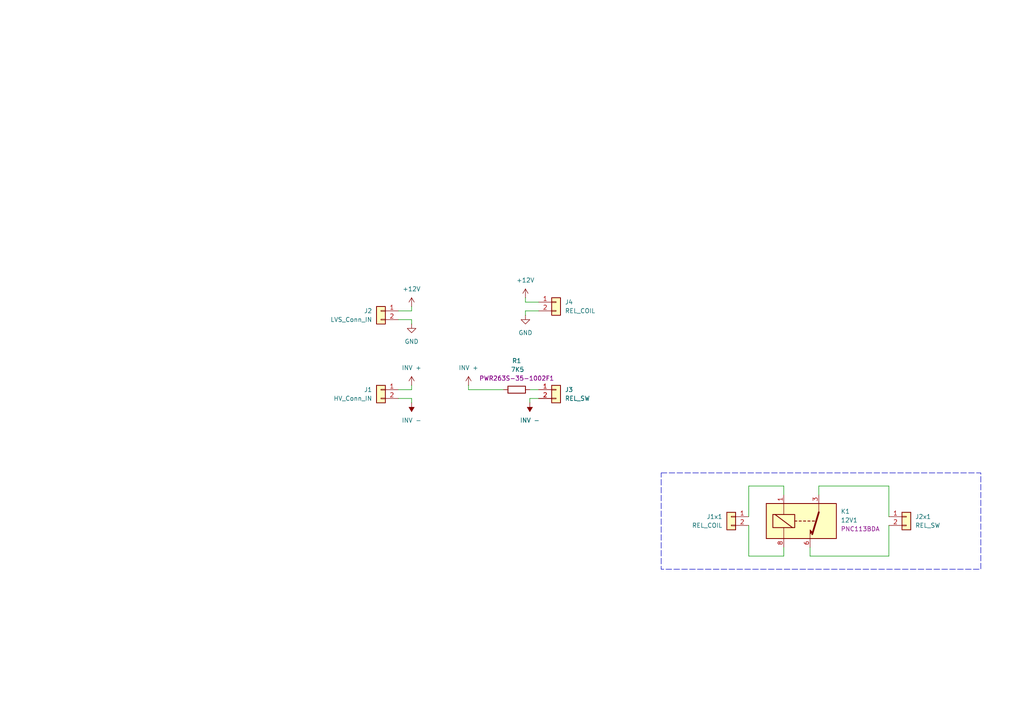
<source format=kicad_sch>
(kicad_sch
	(version 20250114)
	(generator "eeschema")
	(generator_version "9.0")
	(uuid "830bb90a-a635-4a64-aa28-e3e2514d4dfe")
	(paper "A4")
	(lib_symbols
		(symbol "Connector_Generic:Conn_01x02"
			(pin_names
				(offset 1.016)
				(hide yes)
			)
			(exclude_from_sim no)
			(in_bom yes)
			(on_board yes)
			(property "Reference" "J"
				(at 0 2.54 0)
				(effects
					(font
						(size 1.27 1.27)
					)
				)
			)
			(property "Value" "Conn_01x02"
				(at 0 -5.08 0)
				(effects
					(font
						(size 1.27 1.27)
					)
				)
			)
			(property "Footprint" ""
				(at 0 0 0)
				(effects
					(font
						(size 1.27 1.27)
					)
					(hide yes)
				)
			)
			(property "Datasheet" "~"
				(at 0 0 0)
				(effects
					(font
						(size 1.27 1.27)
					)
					(hide yes)
				)
			)
			(property "Description" "Generic connector, single row, 01x02, script generated (kicad-library-utils/schlib/autogen/connector/)"
				(at 0 0 0)
				(effects
					(font
						(size 1.27 1.27)
					)
					(hide yes)
				)
			)
			(property "ki_keywords" "connector"
				(at 0 0 0)
				(effects
					(font
						(size 1.27 1.27)
					)
					(hide yes)
				)
			)
			(property "ki_fp_filters" "Connector*:*_1x??_*"
				(at 0 0 0)
				(effects
					(font
						(size 1.27 1.27)
					)
					(hide yes)
				)
			)
			(symbol "Conn_01x02_1_1"
				(rectangle
					(start -1.27 1.27)
					(end 1.27 -3.81)
					(stroke
						(width 0.254)
						(type default)
					)
					(fill
						(type background)
					)
				)
				(rectangle
					(start -1.27 0.127)
					(end 0 -0.127)
					(stroke
						(width 0.1524)
						(type default)
					)
					(fill
						(type none)
					)
				)
				(rectangle
					(start -1.27 -2.413)
					(end 0 -2.667)
					(stroke
						(width 0.1524)
						(type default)
					)
					(fill
						(type none)
					)
				)
				(pin passive line
					(at -5.08 0 0)
					(length 3.81)
					(name "Pin_1"
						(effects
							(font
								(size 1.27 1.27)
							)
						)
					)
					(number "1"
						(effects
							(font
								(size 1.27 1.27)
							)
						)
					)
				)
				(pin passive line
					(at -5.08 -2.54 0)
					(length 3.81)
					(name "Pin_2"
						(effects
							(font
								(size 1.27 1.27)
							)
						)
					)
					(number "2"
						(effects
							(font
								(size 1.27 1.27)
							)
						)
					)
				)
			)
			(embedded_fonts no)
		)
		(symbol "Device:R"
			(pin_numbers
				(hide yes)
			)
			(pin_names
				(offset 0)
			)
			(exclude_from_sim no)
			(in_bom yes)
			(on_board yes)
			(property "Reference" "R"
				(at 2.032 0 90)
				(effects
					(font
						(size 1.27 1.27)
					)
				)
			)
			(property "Value" "R"
				(at 0 0 90)
				(effects
					(font
						(size 1.27 1.27)
					)
				)
			)
			(property "Footprint" ""
				(at -1.778 0 90)
				(effects
					(font
						(size 1.27 1.27)
					)
					(hide yes)
				)
			)
			(property "Datasheet" "~"
				(at 0 0 0)
				(effects
					(font
						(size 1.27 1.27)
					)
					(hide yes)
				)
			)
			(property "Description" "Resistor"
				(at 0 0 0)
				(effects
					(font
						(size 1.27 1.27)
					)
					(hide yes)
				)
			)
			(property "ki_keywords" "R res resistor"
				(at 0 0 0)
				(effects
					(font
						(size 1.27 1.27)
					)
					(hide yes)
				)
			)
			(property "ki_fp_filters" "R_*"
				(at 0 0 0)
				(effects
					(font
						(size 1.27 1.27)
					)
					(hide yes)
				)
			)
			(symbol "R_0_1"
				(rectangle
					(start -1.016 -2.54)
					(end 1.016 2.54)
					(stroke
						(width 0.254)
						(type default)
					)
					(fill
						(type none)
					)
				)
			)
			(symbol "R_1_1"
				(pin passive line
					(at 0 3.81 270)
					(length 1.27)
					(name "~"
						(effects
							(font
								(size 1.27 1.27)
							)
						)
					)
					(number "1"
						(effects
							(font
								(size 1.27 1.27)
							)
						)
					)
				)
				(pin passive line
					(at 0 -3.81 90)
					(length 1.27)
					(name "~"
						(effects
							(font
								(size 1.27 1.27)
							)
						)
					)
					(number "2"
						(effects
							(font
								(size 1.27 1.27)
							)
						)
					)
				)
			)
			(embedded_fonts no)
		)
		(symbol "Relay:G5Q-1"
			(exclude_from_sim no)
			(in_bom yes)
			(on_board yes)
			(property "Reference" "IMB06IGR1"
				(at 11.43 1.2701 0)
				(effects
					(font
						(size 1.27 1.27)
					)
					(justify left)
				)
			)
			(property "Value" "NC_Relay"
				(at 11.43 -1.2699 0)
				(effects
					(font
						(size 1.27 1.27)
					)
					(justify left)
				)
			)
			(property "Footprint" "customFootprints:IMB03IGR"
				(at 11.43 -1.27 0)
				(effects
					(font
						(size 1.27 1.27)
					)
					(justify left)
					(hide yes)
				)
			)
			(property "Datasheet" "https://www.omron.com/ecb/products/pdf/en-g5q.pdf"
				(at 0 0 0)
				(effects
					(font
						(size 1.27 1.27)
					)
					(justify left)
					(hide yes)
				)
			)
			(property "Description" "Omron G5G relay, Miniature Single Pole, SPDT, 10A"
				(at 0 0 0)
				(effects
					(font
						(size 1.27 1.27)
					)
					(hide yes)
				)
			)
			(property "ki_keywords" "Miniature Single Pole Relay"
				(at 0 0 0)
				(effects
					(font
						(size 1.27 1.27)
					)
					(hide yes)
				)
			)
			(property "ki_fp_filters" "Relay*SPDT*Omron*G5Q*"
				(at 0 0 0)
				(effects
					(font
						(size 1.27 1.27)
					)
					(hide yes)
				)
			)
			(symbol "G5Q-1_0_1"
				(rectangle
					(start -10.16 5.08)
					(end 10.16 -5.08)
					(stroke
						(width 0.254)
						(type default)
					)
					(fill
						(type background)
					)
				)
				(rectangle
					(start -8.255 1.905)
					(end -1.905 -1.905)
					(stroke
						(width 0.254)
						(type default)
					)
					(fill
						(type none)
					)
				)
				(polyline
					(pts
						(xy -7.62 -1.905) (xy -2.54 1.905)
					)
					(stroke
						(width 0.254)
						(type default)
					)
					(fill
						(type none)
					)
				)
				(polyline
					(pts
						(xy -5.08 5.08) (xy -5.08 1.905)
					)
					(stroke
						(width 0)
						(type default)
					)
					(fill
						(type none)
					)
				)
				(polyline
					(pts
						(xy -5.08 -5.08) (xy -5.08 -1.905)
					)
					(stroke
						(width 0)
						(type default)
					)
					(fill
						(type none)
					)
				)
				(polyline
					(pts
						(xy -1.905 0) (xy -1.27 0)
					)
					(stroke
						(width 0.254)
						(type default)
					)
					(fill
						(type none)
					)
				)
				(polyline
					(pts
						(xy -0.635 0) (xy 0 0)
					)
					(stroke
						(width 0.254)
						(type default)
					)
					(fill
						(type none)
					)
				)
				(polyline
					(pts
						(xy 0.635 0) (xy 1.27 0)
					)
					(stroke
						(width 0.254)
						(type default)
					)
					(fill
						(type none)
					)
				)
				(polyline
					(pts
						(xy 1.905 0) (xy 2.54 0)
					)
					(stroke
						(width 0.254)
						(type default)
					)
					(fill
						(type none)
					)
				)
				(polyline
					(pts
						(xy 2.54 5.08) (xy 2.54 2.54) (xy 3.175 3.175) (xy 2.54 3.81)
					)
					(stroke
						(width 0)
						(type default)
					)
					(fill
						(type outline)
					)
				)
				(polyline
					(pts
						(xy 3.175 0) (xy 3.81 0)
					)
					(stroke
						(width 0.254)
						(type default)
					)
					(fill
						(type none)
					)
				)
				(polyline
					(pts
						(xy 5.08 -2.54) (xy 3.175 3.81)
					)
					(stroke
						(width 0.508)
						(type default)
					)
					(fill
						(type none)
					)
				)
				(polyline
					(pts
						(xy 5.08 -2.54) (xy 5.08 -5.08)
					)
					(stroke
						(width 0)
						(type default)
					)
					(fill
						(type none)
					)
				)
			)
			(symbol "G5Q-1_1_1"
				(pin passive line
					(at -5.08 7.62 270)
					(length 2.54)
					(name "~"
						(effects
							(font
								(size 1.27 1.27)
							)
						)
					)
					(number "8"
						(effects
							(font
								(size 1.27 1.27)
							)
						)
					)
				)
				(pin passive line
					(at -5.08 -7.62 90)
					(length 2.54)
					(name "~"
						(effects
							(font
								(size 1.27 1.27)
							)
						)
					)
					(number "1"
						(effects
							(font
								(size 1.27 1.27)
							)
						)
					)
				)
				(pin passive line
					(at 2.54 7.62 270)
					(length 2.54)
					(name "~"
						(effects
							(font
								(size 1.27 1.27)
							)
						)
					)
					(number "6"
						(effects
							(font
								(size 1.27 1.27)
							)
						)
					)
				)
				(pin passive line
					(at 5.08 -7.62 90)
					(length 2.54)
					(name "~"
						(effects
							(font
								(size 1.27 1.27)
							)
						)
					)
					(number "3"
						(effects
							(font
								(size 1.27 1.27)
							)
						)
					)
				)
			)
			(embedded_fonts no)
		)
		(symbol "power:+12V"
			(power)
			(pin_numbers
				(hide yes)
			)
			(pin_names
				(offset 0)
				(hide yes)
			)
			(exclude_from_sim no)
			(in_bom yes)
			(on_board yes)
			(property "Reference" "#PWR"
				(at 0 -3.81 0)
				(effects
					(font
						(size 1.27 1.27)
					)
					(hide yes)
				)
			)
			(property "Value" "+12V"
				(at 0 3.556 0)
				(effects
					(font
						(size 1.27 1.27)
					)
				)
			)
			(property "Footprint" ""
				(at 0 0 0)
				(effects
					(font
						(size 1.27 1.27)
					)
					(hide yes)
				)
			)
			(property "Datasheet" ""
				(at 0 0 0)
				(effects
					(font
						(size 1.27 1.27)
					)
					(hide yes)
				)
			)
			(property "Description" "Power symbol creates a global label with name \"+12V\""
				(at 0 0 0)
				(effects
					(font
						(size 1.27 1.27)
					)
					(hide yes)
				)
			)
			(property "ki_keywords" "global power"
				(at 0 0 0)
				(effects
					(font
						(size 1.27 1.27)
					)
					(hide yes)
				)
			)
			(symbol "+12V_0_1"
				(polyline
					(pts
						(xy -0.762 1.27) (xy 0 2.54)
					)
					(stroke
						(width 0)
						(type default)
					)
					(fill
						(type none)
					)
				)
				(polyline
					(pts
						(xy 0 2.54) (xy 0.762 1.27)
					)
					(stroke
						(width 0)
						(type default)
					)
					(fill
						(type none)
					)
				)
				(polyline
					(pts
						(xy 0 0) (xy 0 2.54)
					)
					(stroke
						(width 0)
						(type default)
					)
					(fill
						(type none)
					)
				)
			)
			(symbol "+12V_1_1"
				(pin power_in line
					(at 0 0 90)
					(length 0)
					(name "~"
						(effects
							(font
								(size 1.27 1.27)
							)
						)
					)
					(number "1"
						(effects
							(font
								(size 1.27 1.27)
							)
						)
					)
				)
			)
			(embedded_fonts no)
		)
		(symbol "power:+BATT"
			(power)
			(pin_numbers
				(hide yes)
			)
			(pin_names
				(offset 0)
				(hide yes)
			)
			(exclude_from_sim no)
			(in_bom yes)
			(on_board yes)
			(property "Reference" "#PWR"
				(at 0 -3.81 0)
				(effects
					(font
						(size 1.27 1.27)
					)
					(hide yes)
				)
			)
			(property "Value" "+BATT"
				(at 0 3.556 0)
				(effects
					(font
						(size 1.27 1.27)
					)
				)
			)
			(property "Footprint" ""
				(at 0 0 0)
				(effects
					(font
						(size 1.27 1.27)
					)
					(hide yes)
				)
			)
			(property "Datasheet" ""
				(at 0 0 0)
				(effects
					(font
						(size 1.27 1.27)
					)
					(hide yes)
				)
			)
			(property "Description" "Power symbol creates a global label with name \"+BATT\""
				(at 0 0 0)
				(effects
					(font
						(size 1.27 1.27)
					)
					(hide yes)
				)
			)
			(property "ki_keywords" "global power battery"
				(at 0 0 0)
				(effects
					(font
						(size 1.27 1.27)
					)
					(hide yes)
				)
			)
			(symbol "+BATT_0_1"
				(polyline
					(pts
						(xy -0.762 1.27) (xy 0 2.54)
					)
					(stroke
						(width 0)
						(type default)
					)
					(fill
						(type none)
					)
				)
				(polyline
					(pts
						(xy 0 2.54) (xy 0.762 1.27)
					)
					(stroke
						(width 0)
						(type default)
					)
					(fill
						(type none)
					)
				)
				(polyline
					(pts
						(xy 0 0) (xy 0 2.54)
					)
					(stroke
						(width 0)
						(type default)
					)
					(fill
						(type none)
					)
				)
			)
			(symbol "+BATT_1_1"
				(pin power_in line
					(at 0 0 90)
					(length 0)
					(name "~"
						(effects
							(font
								(size 1.27 1.27)
							)
						)
					)
					(number "1"
						(effects
							(font
								(size 1.27 1.27)
							)
						)
					)
				)
			)
			(embedded_fonts no)
		)
		(symbol "power:-BATT"
			(power)
			(pin_numbers
				(hide yes)
			)
			(pin_names
				(offset 0)
				(hide yes)
			)
			(exclude_from_sim no)
			(in_bom yes)
			(on_board yes)
			(property "Reference" "#PWR"
				(at 0 -3.81 0)
				(effects
					(font
						(size 1.27 1.27)
					)
					(hide yes)
				)
			)
			(property "Value" "-BATT"
				(at 0 3.556 0)
				(effects
					(font
						(size 1.27 1.27)
					)
				)
			)
			(property "Footprint" ""
				(at 0 0 0)
				(effects
					(font
						(size 1.27 1.27)
					)
					(hide yes)
				)
			)
			(property "Datasheet" ""
				(at 0 0 0)
				(effects
					(font
						(size 1.27 1.27)
					)
					(hide yes)
				)
			)
			(property "Description" "Power symbol creates a global label with name \"-BATT\""
				(at 0 0 0)
				(effects
					(font
						(size 1.27 1.27)
					)
					(hide yes)
				)
			)
			(property "ki_keywords" "global power battery"
				(at 0 0 0)
				(effects
					(font
						(size 1.27 1.27)
					)
					(hide yes)
				)
			)
			(symbol "-BATT_0_1"
				(polyline
					(pts
						(xy 0 0) (xy 0 2.54)
					)
					(stroke
						(width 0)
						(type default)
					)
					(fill
						(type none)
					)
				)
				(polyline
					(pts
						(xy 0.762 1.27) (xy -0.762 1.27) (xy 0 2.54) (xy 0.762 1.27)
					)
					(stroke
						(width 0)
						(type default)
					)
					(fill
						(type outline)
					)
				)
			)
			(symbol "-BATT_1_1"
				(pin power_in line
					(at 0 0 90)
					(length 0)
					(name "~"
						(effects
							(font
								(size 1.27 1.27)
							)
						)
					)
					(number "1"
						(effects
							(font
								(size 1.27 1.27)
							)
						)
					)
				)
			)
			(embedded_fonts no)
		)
		(symbol "power:GND"
			(power)
			(pin_numbers
				(hide yes)
			)
			(pin_names
				(offset 0)
				(hide yes)
			)
			(exclude_from_sim no)
			(in_bom yes)
			(on_board yes)
			(property "Reference" "#PWR"
				(at 0 -6.35 0)
				(effects
					(font
						(size 1.27 1.27)
					)
					(hide yes)
				)
			)
			(property "Value" "GND"
				(at 0 -3.81 0)
				(effects
					(font
						(size 1.27 1.27)
					)
				)
			)
			(property "Footprint" ""
				(at 0 0 0)
				(effects
					(font
						(size 1.27 1.27)
					)
					(hide yes)
				)
			)
			(property "Datasheet" ""
				(at 0 0 0)
				(effects
					(font
						(size 1.27 1.27)
					)
					(hide yes)
				)
			)
			(property "Description" "Power symbol creates a global label with name \"GND\" , ground"
				(at 0 0 0)
				(effects
					(font
						(size 1.27 1.27)
					)
					(hide yes)
				)
			)
			(property "ki_keywords" "global power"
				(at 0 0 0)
				(effects
					(font
						(size 1.27 1.27)
					)
					(hide yes)
				)
			)
			(symbol "GND_0_1"
				(polyline
					(pts
						(xy 0 0) (xy 0 -1.27) (xy 1.27 -1.27) (xy 0 -2.54) (xy -1.27 -1.27) (xy 0 -1.27)
					)
					(stroke
						(width 0)
						(type default)
					)
					(fill
						(type none)
					)
				)
			)
			(symbol "GND_1_1"
				(pin power_in line
					(at 0 0 270)
					(length 0)
					(name "~"
						(effects
							(font
								(size 1.27 1.27)
							)
						)
					)
					(number "1"
						(effects
							(font
								(size 1.27 1.27)
							)
						)
					)
				)
			)
			(embedded_fonts no)
		)
	)
	(rectangle
		(start 191.77 137.16)
		(end 284.48 165.1)
		(stroke
			(width 0)
			(type dash)
		)
		(fill
			(type none)
		)
		(uuid 0dd5d13f-0189-4252-a5f3-1483e4946ffb)
	)
	(wire
		(pts
			(xy 115.57 90.17) (xy 119.38 90.17)
		)
		(stroke
			(width 0)
			(type default)
		)
		(uuid "118f0c1a-77c0-4737-81ba-327454cc6a8d")
	)
	(wire
		(pts
			(xy 156.21 115.57) (xy 153.67 115.57)
		)
		(stroke
			(width 0)
			(type default)
		)
		(uuid "29159e3e-ad26-4625-90e8-120f3f35b7cf")
	)
	(wire
		(pts
			(xy 234.95 161.29) (xy 257.81 161.29)
		)
		(stroke
			(width 0)
			(type default)
		)
		(uuid "2cbcb8cb-09d1-4560-be83-25a8ef1f47d5")
	)
	(wire
		(pts
			(xy 152.4 90.17) (xy 152.4 91.44)
		)
		(stroke
			(width 0)
			(type default)
		)
		(uuid "34851470-21ab-41e7-a3a5-8be025317ac7")
	)
	(wire
		(pts
			(xy 135.89 111.76) (xy 135.89 113.03)
		)
		(stroke
			(width 0)
			(type default)
		)
		(uuid "3ce640a7-326a-4585-b5ba-135001bffaed")
	)
	(wire
		(pts
			(xy 257.81 161.29) (xy 257.81 152.4)
		)
		(stroke
			(width 0)
			(type default)
		)
		(uuid "4200b472-b221-4a4c-8de7-58c8f16d9f39")
	)
	(wire
		(pts
			(xy 156.21 87.63) (xy 152.4 87.63)
		)
		(stroke
			(width 0)
			(type default)
		)
		(uuid "49753291-1112-4358-8dff-905896ce5c65")
	)
	(wire
		(pts
			(xy 237.49 143.51) (xy 237.49 140.97)
		)
		(stroke
			(width 0)
			(type default)
		)
		(uuid "4f4c78d3-d138-434c-8d34-6af26384685f")
	)
	(wire
		(pts
			(xy 119.38 92.71) (xy 119.38 93.98)
		)
		(stroke
			(width 0)
			(type default)
		)
		(uuid "58f53b18-04ef-442c-9fd3-2b8b99294fed")
	)
	(wire
		(pts
			(xy 237.49 140.97) (xy 257.81 140.97)
		)
		(stroke
			(width 0)
			(type default)
		)
		(uuid "5e21ea8a-1f3e-49bc-bf3a-1a129220129f")
	)
	(wire
		(pts
			(xy 227.33 140.97) (xy 217.17 140.97)
		)
		(stroke
			(width 0)
			(type default)
		)
		(uuid "6614f876-a8f8-4088-8477-83bf3701aa0c")
	)
	(wire
		(pts
			(xy 234.95 158.75) (xy 234.95 161.29)
		)
		(stroke
			(width 0)
			(type default)
		)
		(uuid "699d5c48-8f09-469e-b322-9807f3d3207e")
	)
	(wire
		(pts
			(xy 135.89 113.03) (xy 146.05 113.03)
		)
		(stroke
			(width 0)
			(type default)
		)
		(uuid "740b1984-163e-45a2-945d-bec579701f54")
	)
	(wire
		(pts
			(xy 227.33 143.51) (xy 227.33 140.97)
		)
		(stroke
			(width 0)
			(type default)
		)
		(uuid "78ccc7d7-5bdb-4768-b839-e2f17f641d05")
	)
	(wire
		(pts
			(xy 115.57 92.71) (xy 119.38 92.71)
		)
		(stroke
			(width 0)
			(type default)
		)
		(uuid "7b23d49b-d864-4eef-b2d8-6bb5d5d4f548")
	)
	(wire
		(pts
			(xy 152.4 87.63) (xy 152.4 86.36)
		)
		(stroke
			(width 0)
			(type default)
		)
		(uuid "804bec06-c80e-4e68-8d53-95d5c1316467")
	)
	(wire
		(pts
			(xy 227.33 158.75) (xy 227.33 161.29)
		)
		(stroke
			(width 0)
			(type default)
		)
		(uuid "b113b990-860e-40e7-b7f8-4c2543f78d57")
	)
	(wire
		(pts
			(xy 153.67 113.03) (xy 156.21 113.03)
		)
		(stroke
			(width 0)
			(type default)
		)
		(uuid "b49d096a-cc4e-4fe3-a481-d5060d9cae68")
	)
	(wire
		(pts
			(xy 119.38 90.17) (xy 119.38 88.9)
		)
		(stroke
			(width 0)
			(type default)
		)
		(uuid "bbb3779b-af87-442b-af00-ae64cb67d9b0")
	)
	(wire
		(pts
			(xy 119.38 115.57) (xy 119.38 116.84)
		)
		(stroke
			(width 0)
			(type default)
		)
		(uuid "e13e2050-4b74-4da5-8b53-28c7cc22eda3")
	)
	(wire
		(pts
			(xy 257.81 140.97) (xy 257.81 149.86)
		)
		(stroke
			(width 0)
			(type default)
		)
		(uuid "e654c87d-3a0b-445b-9829-3c43be020755")
	)
	(wire
		(pts
			(xy 227.33 161.29) (xy 217.17 161.29)
		)
		(stroke
			(width 0)
			(type default)
		)
		(uuid "e7b0437a-aff6-4b8f-9310-f2016780fd5f")
	)
	(wire
		(pts
			(xy 153.67 115.57) (xy 153.67 116.84)
		)
		(stroke
			(width 0)
			(type default)
		)
		(uuid "ecab9b97-0e68-4bab-bf36-71fd00ecdb54")
	)
	(wire
		(pts
			(xy 115.57 113.03) (xy 119.38 113.03)
		)
		(stroke
			(width 0)
			(type default)
		)
		(uuid "ee4959ab-a16f-49de-b32d-d9c20b24c657")
	)
	(wire
		(pts
			(xy 115.57 115.57) (xy 119.38 115.57)
		)
		(stroke
			(width 0)
			(type default)
		)
		(uuid "ef29bc49-1031-485a-92af-9d63905aad72")
	)
	(wire
		(pts
			(xy 156.21 90.17) (xy 152.4 90.17)
		)
		(stroke
			(width 0)
			(type default)
		)
		(uuid "f0064b44-cdbe-46ec-b49b-8719a181fcd4")
	)
	(wire
		(pts
			(xy 119.38 113.03) (xy 119.38 111.76)
		)
		(stroke
			(width 0)
			(type default)
		)
		(uuid "f71b6e1c-8125-44ab-ad1e-45d03ac8b346")
	)
	(wire
		(pts
			(xy 217.17 161.29) (xy 217.17 152.4)
		)
		(stroke
			(width 0)
			(type default)
		)
		(uuid "f9c5e072-2349-43e1-925c-b99d2e0b074b")
	)
	(wire
		(pts
			(xy 217.17 140.97) (xy 217.17 149.86)
		)
		(stroke
			(width 0)
			(type default)
		)
		(uuid "fdd3a05a-cf2d-4de1-bce3-5ab8857ba760")
	)
	(symbol
		(lib_id "power:GND")
		(at 119.38 93.98 0)
		(unit 1)
		(exclude_from_sim no)
		(in_bom yes)
		(on_board yes)
		(dnp no)
		(fields_autoplaced yes)
		(uuid "007808da-9953-43b0-a82b-564189413455")
		(property "Reference" "#PWR04"
			(at 119.38 100.33 0)
			(effects
				(font
					(size 1.27 1.27)
				)
				(hide yes)
			)
		)
		(property "Value" "GND"
			(at 119.38 99.06 0)
			(effects
				(font
					(size 1.27 1.27)
				)
			)
		)
		(property "Footprint" ""
			(at 119.38 93.98 0)
			(effects
				(font
					(size 1.27 1.27)
				)
				(hide yes)
			)
		)
		(property "Datasheet" ""
			(at 119.38 93.98 0)
			(effects
				(font
					(size 1.27 1.27)
				)
				(hide yes)
			)
		)
		(property "Description" "Power symbol creates a global label with name \"GND\" , ground"
			(at 119.38 93.98 0)
			(effects
				(font
					(size 1.27 1.27)
				)
				(hide yes)
			)
		)
		(pin "1"
			(uuid "07928ce1-13da-4b9f-9c9e-9cb7095d28aa")
		)
		(instances
			(project "FS-Discharge"
				(path "/830bb90a-a635-4a64-aa28-e3e2514d4dfe"
					(reference "#PWR04")
					(unit 1)
				)
			)
		)
	)
	(symbol
		(lib_id "Device:R")
		(at 149.86 113.03 270)
		(unit 1)
		(exclude_from_sim no)
		(in_bom yes)
		(on_board yes)
		(dnp no)
		(uuid "2abce49a-f120-4963-9efe-68686b8c3690")
		(property "Reference" "R1"
			(at 149.86 104.648 90)
			(effects
				(font
					(size 1.27 1.27)
				)
			)
		)
		(property "Value" "7K5"
			(at 150.114 107.188 90)
			(effects
				(font
					(size 1.27 1.27)
				)
			)
		)
		(property "Footprint" "customFootprints:PWR263S-35-1002F_BRN"
			(at 149.86 111.252 90)
			(effects
				(font
					(size 1.27 1.27)
				)
				(hide yes)
			)
		)
		(property "Datasheet" "PWR263S-35-1002F1"
			(at 149.86 109.728 90)
			(effects
				(font
					(size 1.27 1.27)
				)
			)
		)
		(property "Description" "Resistor"
			(at 149.86 113.03 0)
			(effects
				(font
					(size 1.27 1.27)
				)
				(hide yes)
			)
		)
		(pin "1"
			(uuid "7907e659-23e5-4dc7-a999-8f8b2b36de4f")
		)
		(pin "2"
			(uuid "4575a8b6-ef73-471a-83bd-ec68530074fb")
		)
		(instances
			(project "FS-Discharge"
				(path "/830bb90a-a635-4a64-aa28-e3e2514d4dfe"
					(reference "R1")
					(unit 1)
				)
			)
		)
	)
	(symbol
		(lib_id "power:+BATT")
		(at 135.89 111.76 0)
		(unit 1)
		(exclude_from_sim no)
		(in_bom yes)
		(on_board yes)
		(dnp no)
		(fields_autoplaced yes)
		(uuid "577881e3-c2c6-4b47-9be4-14dcf203c2f5")
		(property "Reference" "#PWR05"
			(at 135.89 115.57 0)
			(effects
				(font
					(size 1.27 1.27)
				)
				(hide yes)
			)
		)
		(property "Value" "INV +"
			(at 135.89 106.68 0)
			(effects
				(font
					(size 1.27 1.27)
				)
			)
		)
		(property "Footprint" ""
			(at 135.89 111.76 0)
			(effects
				(font
					(size 1.27 1.27)
				)
				(hide yes)
			)
		)
		(property "Datasheet" ""
			(at 135.89 111.76 0)
			(effects
				(font
					(size 1.27 1.27)
				)
				(hide yes)
			)
		)
		(property "Description" "Power symbol creates a global label with name \"+BATT\""
			(at 135.89 111.76 0)
			(effects
				(font
					(size 1.27 1.27)
				)
				(hide yes)
			)
		)
		(pin "1"
			(uuid "0cd03c14-221c-4f01-9d18-2f624cc97df7")
		)
		(instances
			(project "discharge"
				(path "/830bb90a-a635-4a64-aa28-e3e2514d4dfe"
					(reference "#PWR05")
					(unit 1)
				)
			)
		)
	)
	(symbol
		(lib_id "Connector_Generic:Conn_01x02")
		(at 161.29 87.63 0)
		(unit 1)
		(exclude_from_sim no)
		(in_bom yes)
		(on_board yes)
		(dnp no)
		(uuid "74429482-16d9-4db5-8854-73fd4c4e6f99")
		(property "Reference" "J4"
			(at 163.83 87.6299 0)
			(effects
				(font
					(size 1.27 1.27)
				)
				(justify left)
			)
		)
		(property "Value" "REL_COIL"
			(at 163.83 90.1699 0)
			(effects
				(font
					(size 1.27 1.27)
				)
				(justify left)
			)
		)
		(property "Footprint" "molexMiniFitJr:MFJ_2X1"
			(at 161.29 87.63 0)
			(effects
				(font
					(size 1.27 1.27)
				)
				(hide yes)
			)
		)
		(property "Datasheet" "~"
			(at 161.29 87.63 0)
			(effects
				(font
					(size 1.27 1.27)
				)
				(hide yes)
			)
		)
		(property "Description" "Generic connector, single row, 01x02, script generated (kicad-library-utils/schlib/autogen/connector/)"
			(at 161.29 87.63 0)
			(effects
				(font
					(size 1.27 1.27)
				)
				(hide yes)
			)
		)
		(pin "2"
			(uuid "2c0b3dae-6bdd-4ebb-8b65-a2b3dca5c07d")
		)
		(pin "1"
			(uuid "def9c6aa-077e-436a-a479-6faf11e210d4")
		)
		(instances
			(project "discharge"
				(path "/830bb90a-a635-4a64-aa28-e3e2514d4dfe"
					(reference "J4")
					(unit 1)
				)
			)
		)
	)
	(symbol
		(lib_id "Connector_Generic:Conn_01x02")
		(at 110.49 113.03 0)
		(mirror y)
		(unit 1)
		(exclude_from_sim no)
		(in_bom yes)
		(on_board yes)
		(dnp no)
		(uuid "8254e5e8-c908-444b-bda9-46e57c0e9274")
		(property "Reference" "J1"
			(at 107.95 113.0299 0)
			(effects
				(font
					(size 1.27 1.27)
				)
				(justify left)
			)
		)
		(property "Value" "HV_Conn_IN"
			(at 107.95 115.5699 0)
			(effects
				(font
					(size 1.27 1.27)
				)
				(justify left)
			)
		)
		(property "Footprint" "customFootprints:APP_ASMPR45-1X2-RK"
			(at 110.49 113.03 0)
			(effects
				(font
					(size 1.27 1.27)
				)
				(hide yes)
			)
		)
		(property "Datasheet" "~"
			(at 110.49 113.03 0)
			(effects
				(font
					(size 1.27 1.27)
				)
				(hide yes)
			)
		)
		(property "Description" "Generic connector, single row, 01x02, script generated (kicad-library-utils/schlib/autogen/connector/)"
			(at 110.49 113.03 0)
			(effects
				(font
					(size 1.27 1.27)
				)
				(hide yes)
			)
		)
		(pin "2"
			(uuid "1ef16585-3d63-465c-a6a6-128238dad199")
		)
		(pin "1"
			(uuid "7630f2fa-cc26-413c-b048-ee4af0c717e2")
		)
		(instances
			(project ""
				(path "/830bb90a-a635-4a64-aa28-e3e2514d4dfe"
					(reference "J1")
					(unit 1)
				)
			)
		)
	)
	(symbol
		(lib_id "Connector_Generic:Conn_01x02")
		(at 110.49 90.17 0)
		(mirror y)
		(unit 1)
		(exclude_from_sim no)
		(in_bom yes)
		(on_board yes)
		(dnp no)
		(uuid "84274236-c8b2-432a-ad1d-d5ab4b4aaecd")
		(property "Reference" "J2"
			(at 107.95 90.1699 0)
			(effects
				(font
					(size 1.27 1.27)
				)
				(justify left)
			)
		)
		(property "Value" "LVS_Conn_IN"
			(at 107.95 92.7099 0)
			(effects
				(font
					(size 1.27 1.27)
				)
				(justify left)
			)
		)
		(property "Footprint" "molexMiniFitJr:MFJ_2X1"
			(at 110.49 90.17 0)
			(effects
				(font
					(size 1.27 1.27)
				)
				(hide yes)
			)
		)
		(property "Datasheet" "~"
			(at 110.49 90.17 0)
			(effects
				(font
					(size 1.27 1.27)
				)
				(hide yes)
			)
		)
		(property "Description" "Generic connector, single row, 01x02, script generated (kicad-library-utils/schlib/autogen/connector/)"
			(at 110.49 90.17 0)
			(effects
				(font
					(size 1.27 1.27)
				)
				(hide yes)
			)
		)
		(pin "2"
			(uuid "c97a0caa-cc55-4fb4-91e0-6727177804d6")
		)
		(pin "1"
			(uuid "47df1641-2416-4b9a-8582-b33d56b53358")
		)
		(instances
			(project "FS-Discharge"
				(path "/830bb90a-a635-4a64-aa28-e3e2514d4dfe"
					(reference "J2")
					(unit 1)
				)
			)
		)
	)
	(symbol
		(lib_id "power:-BATT")
		(at 119.38 116.84 0)
		(mirror x)
		(unit 1)
		(exclude_from_sim no)
		(in_bom yes)
		(on_board yes)
		(dnp no)
		(fields_autoplaced yes)
		(uuid "89c791db-eed5-41aa-a786-2bdc15bd7543")
		(property "Reference" "#PWR03"
			(at 119.38 113.03 0)
			(effects
				(font
					(size 1.27 1.27)
				)
				(hide yes)
			)
		)
		(property "Value" "INV -"
			(at 119.38 121.92 0)
			(effects
				(font
					(size 1.27 1.27)
				)
			)
		)
		(property "Footprint" ""
			(at 119.38 116.84 0)
			(effects
				(font
					(size 1.27 1.27)
				)
				(hide yes)
			)
		)
		(property "Datasheet" ""
			(at 119.38 116.84 0)
			(effects
				(font
					(size 1.27 1.27)
				)
				(hide yes)
			)
		)
		(property "Description" "Power symbol creates a global label with name \"-BATT\""
			(at 119.38 116.84 0)
			(effects
				(font
					(size 1.27 1.27)
				)
				(hide yes)
			)
		)
		(pin "1"
			(uuid "e2258bb2-8fbd-45cc-b5a9-b5c9fc549fff")
		)
		(instances
			(project "FS-Discharge"
				(path "/830bb90a-a635-4a64-aa28-e3e2514d4dfe"
					(reference "#PWR03")
					(unit 1)
				)
			)
		)
	)
	(symbol
		(lib_id "power:+12V")
		(at 152.4 86.36 0)
		(mirror y)
		(unit 1)
		(exclude_from_sim no)
		(in_bom yes)
		(on_board yes)
		(dnp no)
		(fields_autoplaced yes)
		(uuid "977853e2-c227-4681-9548-af56ae81a4a3")
		(property "Reference" "#PWR07"
			(at 152.4 90.17 0)
			(effects
				(font
					(size 1.27 1.27)
				)
				(hide yes)
			)
		)
		(property "Value" "+12V"
			(at 152.4 81.28 0)
			(effects
				(font
					(size 1.27 1.27)
				)
			)
		)
		(property "Footprint" ""
			(at 152.4 86.36 0)
			(effects
				(font
					(size 1.27 1.27)
				)
				(hide yes)
			)
		)
		(property "Datasheet" ""
			(at 152.4 86.36 0)
			(effects
				(font
					(size 1.27 1.27)
				)
				(hide yes)
			)
		)
		(property "Description" "Power symbol creates a global label with name \"+12V\""
			(at 152.4 86.36 0)
			(effects
				(font
					(size 1.27 1.27)
				)
				(hide yes)
			)
		)
		(pin "1"
			(uuid "d7420d04-7b77-442d-b35c-51b327183516")
		)
		(instances
			(project "discharge"
				(path "/830bb90a-a635-4a64-aa28-e3e2514d4dfe"
					(reference "#PWR07")
					(unit 1)
				)
			)
		)
	)
	(symbol
		(lib_id "Connector_Generic:Conn_01x02")
		(at 212.09 149.86 0)
		(mirror y)
		(unit 1)
		(exclude_from_sim yes)
		(in_bom no)
		(on_board no)
		(dnp no)
		(uuid "9e12b0ed-4876-4874-91c5-a222f6cee976")
		(property "Reference" "J1x1"
			(at 209.55 149.8599 0)
			(effects
				(font
					(size 1.27 1.27)
				)
				(justify left)
			)
		)
		(property "Value" "REL_COIL"
			(at 209.55 152.3999 0)
			(effects
				(font
					(size 1.27 1.27)
				)
				(justify left)
			)
		)
		(property "Footprint" "molexMiniFitJr:MFJ_2X1"
			(at 212.09 149.86 0)
			(effects
				(font
					(size 1.27 1.27)
				)
				(hide yes)
			)
		)
		(property "Datasheet" "~"
			(at 212.09 149.86 0)
			(effects
				(font
					(size 1.27 1.27)
				)
				(hide yes)
			)
		)
		(property "Description" "Generic connector, single row, 01x02, script generated (kicad-library-utils/schlib/autogen/connector/)"
			(at 212.09 149.86 0)
			(effects
				(font
					(size 1.27 1.27)
				)
				(hide yes)
			)
		)
		(pin "2"
			(uuid "8c047a80-8eb9-4975-8058-322b4e3c7185")
		)
		(pin "1"
			(uuid "873bbf4b-2db5-4467-b3d1-80115092f2d9")
		)
		(instances
			(project "discharge"
				(path "/830bb90a-a635-4a64-aa28-e3e2514d4dfe"
					(reference "J1x1")
					(unit 1)
				)
			)
		)
	)
	(symbol
		(lib_id "power:-BATT")
		(at 153.67 116.84 0)
		(mirror x)
		(unit 1)
		(exclude_from_sim no)
		(in_bom yes)
		(on_board yes)
		(dnp no)
		(fields_autoplaced yes)
		(uuid "a1a0425e-055d-46ed-9aad-a4a6ff6c3a38")
		(property "Reference" "#PWR06"
			(at 153.67 113.03 0)
			(effects
				(font
					(size 1.27 1.27)
				)
				(hide yes)
			)
		)
		(property "Value" "INV -"
			(at 153.67 121.92 0)
			(effects
				(font
					(size 1.27 1.27)
				)
			)
		)
		(property "Footprint" ""
			(at 153.67 116.84 0)
			(effects
				(font
					(size 1.27 1.27)
				)
				(hide yes)
			)
		)
		(property "Datasheet" ""
			(at 153.67 116.84 0)
			(effects
				(font
					(size 1.27 1.27)
				)
				(hide yes)
			)
		)
		(property "Description" "Power symbol creates a global label with name \"-BATT\""
			(at 153.67 116.84 0)
			(effects
				(font
					(size 1.27 1.27)
				)
				(hide yes)
			)
		)
		(pin "1"
			(uuid "e176c1e9-1ff2-46fb-ba3a-356d8ce978dd")
		)
		(instances
			(project "discharge"
				(path "/830bb90a-a635-4a64-aa28-e3e2514d4dfe"
					(reference "#PWR06")
					(unit 1)
				)
			)
		)
	)
	(symbol
		(lib_id "Relay:G5Q-1")
		(at 232.41 151.13 0)
		(mirror x)
		(unit 1)
		(exclude_from_sim yes)
		(in_bom no)
		(on_board no)
		(dnp no)
		(uuid "a47f619f-af10-4412-ad1d-17fe5e687c10")
		(property "Reference" "12V1"
			(at 243.84 150.876 0)
			(effects
				(font
					(size 1.27 1.27)
				)
				(justify left)
			)
		)
		(property "Value" "K1"
			(at 243.84 148.336 0)
			(effects
				(font
					(size 1.27 1.27)
				)
				(justify left)
			)
		)
		(property "Footprint" "customFootprints:G9KB1ADC12"
			(at 243.84 149.86 0)
			(effects
				(font
					(size 1.27 1.27)
				)
				(justify left)
				(hide yes)
			)
		)
		(property "Datasheet" "https://www.omron.com/ecb/products/pdf/en-g5q.pdf"
			(at 232.41 151.13 0)
			(effects
				(font
					(size 1.27 1.27)
				)
				(justify left)
				(hide yes)
			)
		)
		(property "Description" "Omron G5G relay, Miniature Single Pole, SPDT, 10A"
			(at 232.41 151.13 0)
			(effects
				(font
					(size 1.27 1.27)
				)
				(hide yes)
			)
		)
		(property "Model" "PNC113BDA"
			(at 243.84 153.4159 0)
			(effects
				(font
					(size 1.27 1.27)
				)
				(justify left)
			)
		)
		(pin "8"
			(uuid "ab2dcada-5f86-48c2-87d4-aee9777d8d0b")
		)
		(pin "6"
			(uuid "da8401db-5bea-4c97-93d4-b4fcec0da796")
		)
		(pin "3"
			(uuid "70dd4494-e259-4bbb-b54e-ccd29965b928")
		)
		(pin "1"
			(uuid "81cbe8bc-3c05-43ab-a36a-312682433698")
		)
		(instances
			(project "discharge"
				(path "/830bb90a-a635-4a64-aa28-e3e2514d4dfe"
					(reference "12V1")
					(unit 1)
				)
			)
		)
	)
	(symbol
		(lib_id "power:+BATT")
		(at 119.38 111.76 0)
		(unit 1)
		(exclude_from_sim no)
		(in_bom yes)
		(on_board yes)
		(dnp no)
		(fields_autoplaced yes)
		(uuid "e24ba0a6-911f-49fd-9219-799a53649512")
		(property "Reference" "#PWR01"
			(at 119.38 115.57 0)
			(effects
				(font
					(size 1.27 1.27)
				)
				(hide yes)
			)
		)
		(property "Value" "INV +"
			(at 119.38 106.68 0)
			(effects
				(font
					(size 1.27 1.27)
				)
			)
		)
		(property "Footprint" ""
			(at 119.38 111.76 0)
			(effects
				(font
					(size 1.27 1.27)
				)
				(hide yes)
			)
		)
		(property "Datasheet" ""
			(at 119.38 111.76 0)
			(effects
				(font
					(size 1.27 1.27)
				)
				(hide yes)
			)
		)
		(property "Description" "Power symbol creates a global label with name \"+BATT\""
			(at 119.38 111.76 0)
			(effects
				(font
					(size 1.27 1.27)
				)
				(hide yes)
			)
		)
		(pin "1"
			(uuid "a2caf2ef-992e-4875-bfaf-6a9132b346cc")
		)
		(instances
			(project "FS-Discharge"
				(path "/830bb90a-a635-4a64-aa28-e3e2514d4dfe"
					(reference "#PWR01")
					(unit 1)
				)
			)
		)
	)
	(symbol
		(lib_id "Connector_Generic:Conn_01x02")
		(at 262.89 149.86 0)
		(unit 1)
		(exclude_from_sim yes)
		(in_bom no)
		(on_board no)
		(dnp no)
		(uuid "e46a463f-6761-44d4-b532-70ec5171f803")
		(property "Reference" "J2x1"
			(at 265.43 149.8599 0)
			(effects
				(font
					(size 1.27 1.27)
				)
				(justify left)
			)
		)
		(property "Value" "REL_SW"
			(at 265.43 152.3999 0)
			(effects
				(font
					(size 1.27 1.27)
				)
				(justify left)
			)
		)
		(property "Footprint" "customFootprints:APP_ASMPR45-1X2-RK"
			(at 262.89 149.86 0)
			(effects
				(font
					(size 1.27 1.27)
				)
				(hide yes)
			)
		)
		(property "Datasheet" "~"
			(at 262.89 149.86 0)
			(effects
				(font
					(size 1.27 1.27)
				)
				(hide yes)
			)
		)
		(property "Description" "Generic connector, single row, 01x02, script generated (kicad-library-utils/schlib/autogen/connector/)"
			(at 262.89 149.86 0)
			(effects
				(font
					(size 1.27 1.27)
				)
				(hide yes)
			)
		)
		(pin "2"
			(uuid "14a6979b-fbcb-4ddc-9c0b-fd6b44e25023")
		)
		(pin "1"
			(uuid "b9a48754-2394-489d-8eb3-241e8313bb21")
		)
		(instances
			(project "discharge"
				(path "/830bb90a-a635-4a64-aa28-e3e2514d4dfe"
					(reference "J2x1")
					(unit 1)
				)
			)
		)
	)
	(symbol
		(lib_id "power:GND")
		(at 152.4 91.44 0)
		(mirror y)
		(unit 1)
		(exclude_from_sim no)
		(in_bom yes)
		(on_board yes)
		(dnp no)
		(fields_autoplaced yes)
		(uuid "e8607a5b-9acd-42e8-972f-8cf189b60da2")
		(property "Reference" "#PWR08"
			(at 152.4 97.79 0)
			(effects
				(font
					(size 1.27 1.27)
				)
				(hide yes)
			)
		)
		(property "Value" "GND"
			(at 152.4 96.52 0)
			(effects
				(font
					(size 1.27 1.27)
				)
			)
		)
		(property "Footprint" ""
			(at 152.4 91.44 0)
			(effects
				(font
					(size 1.27 1.27)
				)
				(hide yes)
			)
		)
		(property "Datasheet" ""
			(at 152.4 91.44 0)
			(effects
				(font
					(size 1.27 1.27)
				)
				(hide yes)
			)
		)
		(property "Description" "Power symbol creates a global label with name \"GND\" , ground"
			(at 152.4 91.44 0)
			(effects
				(font
					(size 1.27 1.27)
				)
				(hide yes)
			)
		)
		(pin "1"
			(uuid "b19542f8-038a-4d4a-85dc-6976725bab9f")
		)
		(instances
			(project "discharge"
				(path "/830bb90a-a635-4a64-aa28-e3e2514d4dfe"
					(reference "#PWR08")
					(unit 1)
				)
			)
		)
	)
	(symbol
		(lib_id "power:+12V")
		(at 119.38 88.9 0)
		(unit 1)
		(exclude_from_sim no)
		(in_bom yes)
		(on_board yes)
		(dnp no)
		(fields_autoplaced yes)
		(uuid "eafd1392-151c-4209-b516-7864fca566b1")
		(property "Reference" "#PWR02"
			(at 119.38 92.71 0)
			(effects
				(font
					(size 1.27 1.27)
				)
				(hide yes)
			)
		)
		(property "Value" "+12V"
			(at 119.38 83.82 0)
			(effects
				(font
					(size 1.27 1.27)
				)
			)
		)
		(property "Footprint" ""
			(at 119.38 88.9 0)
			(effects
				(font
					(size 1.27 1.27)
				)
				(hide yes)
			)
		)
		(property "Datasheet" ""
			(at 119.38 88.9 0)
			(effects
				(font
					(size 1.27 1.27)
				)
				(hide yes)
			)
		)
		(property "Description" "Power symbol creates a global label with name \"+12V\""
			(at 119.38 88.9 0)
			(effects
				(font
					(size 1.27 1.27)
				)
				(hide yes)
			)
		)
		(pin "1"
			(uuid "06b26a4d-6c57-4123-ba3f-d41bd10fdb81")
		)
		(instances
			(project ""
				(path "/830bb90a-a635-4a64-aa28-e3e2514d4dfe"
					(reference "#PWR02")
					(unit 1)
				)
			)
		)
	)
	(symbol
		(lib_id "Connector_Generic:Conn_01x02")
		(at 161.29 113.03 0)
		(unit 1)
		(exclude_from_sim no)
		(in_bom yes)
		(on_board yes)
		(dnp no)
		(uuid "fe999ec4-4a4b-48e4-b0a5-657c91e25224")
		(property "Reference" "J3"
			(at 163.83 113.0299 0)
			(effects
				(font
					(size 1.27 1.27)
				)
				(justify left)
			)
		)
		(property "Value" "REL_SW"
			(at 163.83 115.5699 0)
			(effects
				(font
					(size 1.27 1.27)
				)
				(justify left)
			)
		)
		(property "Footprint" "customFootprints:APP_ASMPR45-1X2-RK"
			(at 161.29 113.03 0)
			(effects
				(font
					(size 1.27 1.27)
				)
				(hide yes)
			)
		)
		(property "Datasheet" "~"
			(at 161.29 113.03 0)
			(effects
				(font
					(size 1.27 1.27)
				)
				(hide yes)
			)
		)
		(property "Description" "Generic connector, single row, 01x02, script generated (kicad-library-utils/schlib/autogen/connector/)"
			(at 161.29 113.03 0)
			(effects
				(font
					(size 1.27 1.27)
				)
				(hide yes)
			)
		)
		(pin "2"
			(uuid "d59a689c-6d24-4df4-8fdb-c7033e739622")
		)
		(pin "1"
			(uuid "f50938a8-2991-467c-83eb-f34feaedfd19")
		)
		(instances
			(project "discharge"
				(path "/830bb90a-a635-4a64-aa28-e3e2514d4dfe"
					(reference "J3")
					(unit 1)
				)
			)
		)
	)
	(sheet_instances
		(path "/"
			(page "1")
		)
	)
	(embedded_fonts no)
)

</source>
